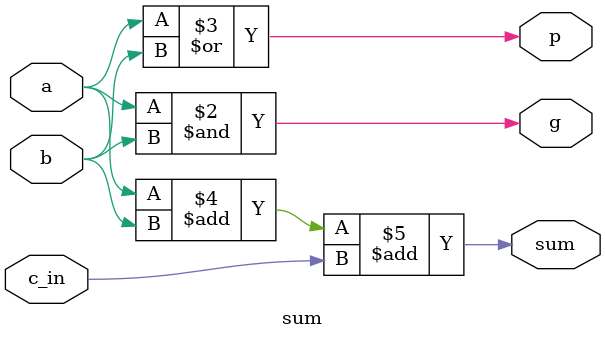
<source format=v>
`timescale 1ns / 1ps


module sum(
    input a,
    input b,
    input c_in,
    output reg g,
    output reg p,
    output reg sum
);

always@(a, b, c_in)
    begin
       g = a & b;
       p = a | b;
       sum = a + b + c_in;
    end

endmodule

</source>
